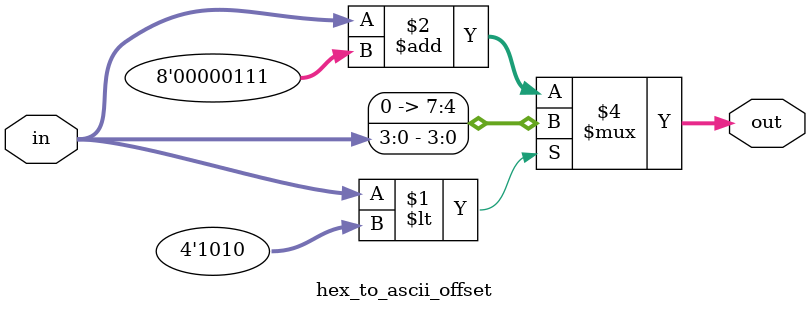
<source format=v>
module vga_cpu_visual(clock_50, red_out, green_out, blue_out, h_sync, v_sync, 
                       row0h,  row1h,  row2h,  row3h,  row4h,  row5h,  row6h,  row7h,  row8h,  row9h,
							 row10h, row11h, row12h, row13h, row14h, row15h, row16h, row17h, row18h, row19h,
							 row20h, row21h, row22h, row23h, row24h, row25h, row26h, row27h, row28h, row29h,
							 row30h, row31h, row32h, row33h, row34h, row35h, row36h, row37h, row38h, row39h,
							 row40h, row41h, row42h, row43h, row44h, row45h, row46h, row47h, row48h, row49h,
							 row50h, row51h, row52h, row53h, row54h, row55h, row56h, row57h, row58h, row59h,
							  row0l,  row1l,  row2l,  row3l,  row4l,  row5l,  row6l,  row7l,  row8l,  row9l,
							 row10l, row11l, row12l, row13l, row14l, row15l, row16l, row17l, row18l, row19l,
							 row20l, row21l, row22l, row23l, row24l, row25l, row26l, row27l, row28l, row29l,
							 row30l, row31l, row32l, row33l, row34l, row35l, row36l, row37l, row38l, row39l,
							 row40l, row41l, row42l, row43l, row44l, row45l, row46l, row47l, row48l, row49l,
							 row50l, row51l, row52l, row53l, row54l, row55l, row56l, row57l, row58l, row59l);
	// this module takes a 50MHz clock input and instantiates a VGA driver to generate a standard
	// 640 x 480 output signal. The 640 x 480 pixel space is divided into 8x8 pixel characters
	// for 80 columns and 60 rows total. The vga_rom module implements the background characters
	// to display and then data from rowXXh and rowXXl 16-bit inputs are added to certain characters in both
	// hexadecimal and binary format (where XX is the row number ranging from 0 to 59).
	// Specifically rowXXh is added to the corresponding row columns 7-10 in HEX and columns 12-28 in binary
	// and rowXXl is added to the corresponding row in columns 38-41 in HEX and 43-58 in binary
	input clock_50;
	output [3:0] red_out, green_out, blue_out;
	output h_sync, v_sync;
	input [15:0]        row0h,  row1h,  row2h,  row3h,  row4h,  row5h,  row6h,  row7h,  row8h,  row9h,
							 row10h, row11h, row12h, row13h, row14h, row15h, row16h, row17h, row18h, row19h,
							 row20h, row21h, row22h, row23h, row24h, row25h, row26h, row27h, row28h, row29h,
							 row30h, row31h, row32h, row33h, row34h, row35h, row36h, row37h, row38h, row39h,
							 row40h, row41h, row42h, row43h, row44h, row45h, row46h, row47h, row48h, row49h,
							 row50h, row51h, row52h, row53h, row54h, row55h, row56h, row57h, row58h, row59h,
							  row0l,  row1l,  row2l,  row3l,  row4l,  row5l,  row6l,  row7l,  row8l,  row9l,
							 row10l, row11l, row12l, row13l, row14l, row15l, row16l, row17l, row18l, row19l,
							 row20l, row21l, row22l, row23l, row24l, row25l, row26l, row27l, row28l, row29l,
							 row30l, row31l, row32l, row33l, row34l, row35l, row36l, row37l, row38l, row39l,
							 row40l, row41l, row42l, row43l, row44l, row45l, row46l, row47l, row48l, row49l,
							 row50l, row51l, row52l, row53l, row54l, row55l, row56l, row57l, row58l, row59l;
							 
	 /// @todo consider changing background color based on row and column to make it easier to see
	 
	 reg [31:0] row_data;
	 
	 // beharioral verilog impelemntation of a 32'bit 64-to-1 multiplexer to select the row data to use
	 always @ (*) begin
		case (vga_vpos[9:3])
			7'd00: row_data <= {row0h, row0l};
			7'd01: row_data <= {row1h, row1l};
			7'd02: row_data <= {row2h, row2l};
			7'd03: row_data <= {row3h, row3l};
			7'd04: row_data <= {row4h, row4l};
			7'd05: row_data <= {row5h, row5l};
			7'd06: row_data <= {row6h, row6l};
			7'd07: row_data <= {row7h, row7l};
			7'd08: row_data <= {row8h, row8l};
			7'd09: row_data <= {row9h, row9l};
			7'd10: row_data <= {row10h, row10l};
			7'd11: row_data <= {row11h, row11l};
			7'd12: row_data <= {row12h, row12l};
			7'd13: row_data <= {row13h, row13l};
			7'd14: row_data <= {row14h, row14l};
			7'd15: row_data <= {row15h, row15l};
			7'd16: row_data <= {row16h, row16l};
			7'd17: row_data <= {row17h, row17l};
			7'd18: row_data <= {row18h, row18l};
			7'd19: row_data <= {row19h, row19l};
			7'd20: row_data <= {row20h, row20l};
			7'd21: row_data <= {row21h, row21l};
			7'd22: row_data <= {row22h, row22l};
			7'd23: row_data <= {row23h, row23l};
			7'd24: row_data <= {row24h, row24l};
			7'd25: row_data <= {row25h, row25l};
			7'd26: row_data <= {row26h, row26l};
			7'd27: row_data <= {row27h, row27l};
			7'd28: row_data <= {row28h, row28l};
			7'd29: row_data <= {row29h, row29l};
			7'd30: row_data <= {row30h, row30l};
			7'd31: row_data <= {row31h, row31l};
			7'd32: row_data <= {row32h, row32l};
			7'd33: row_data <= {row33h, row33l};
			7'd34: row_data <= {row34h, row34l};
			7'd35: row_data <= {row35h, row35l};
			7'd36: row_data <= {row36h, row36l};
			7'd37: row_data <= {row37h, row37l};
			7'd38: row_data <= {row38h, row38l};
			7'd39: row_data <= {row39h, row39l};
			7'd40: row_data <= {row40h, row40l};
			7'd41: row_data <= {row41h, row41l};
			7'd42: row_data <= {row42h, row42l};
			7'd43: row_data <= {row43h, row43l};
			7'd44: row_data <= {row44h, row44l};
			7'd45: row_data <= {row45h, row45l};
			7'd46: row_data <= {row46h, row46l};
			7'd47: row_data <= {row47h, row47l};
			7'd48: row_data <= {row48h, row48l};
			7'd49: row_data <= {row49h, row49l};
			7'd50: row_data <= {row50h, row50l};
			7'd51: row_data <= {row51h, row51l};
			7'd52: row_data <= {row52h, row52l};
			7'd53: row_data <= {row53h, row53l};
			7'd54: row_data <= {row54h, row54l};
			7'd55: row_data <= {row55h, row55l};
			7'd56: row_data <= {row56h, row56l};
			7'd57: row_data <= {row57h, row57l};
			7'd58: row_data <= {row58h, row58l};
			7'd59: row_data <= {row59h, row59l};
			default: row_data <= 0;
		endcase
	end
	
	wire [7:0] hex0_offset, hex1_offset, hex2_offset, hex3_offset, hex4_offset, hex5_offset, hex6_offset, hex7_offset;
	// decode the 8 sets of 4'bit row data into an ASCII offset since A does not come after 9 in ASCII
	hex_to_ascii_offset h2a0 (row_data[3:0], hex0_offset);
	hex_to_ascii_offset h2a1 (row_data[7:4], hex1_offset);
	hex_to_ascii_offset h2a2 (row_data[11:8], hex2_offset);
	hex_to_ascii_offset h2a3 (row_data[15:12], hex3_offset);
	hex_to_ascii_offset h2a4 (row_data[19:16], hex4_offset);
	hex_to_ascii_offset h2a5 (row_data[23:20], hex5_offset);
	hex_to_ascii_offset h2a6 (row_data[27:24], hex6_offset);
	hex_to_ascii_offset h2a7 (row_data[31:28], hex7_offset);
	
	// beharioral verilog impelemntation of a 8'bit 64-to-1 multiplexer to select the offset to apply to the character
	reg [7:0] data_char_offset;
	always @ (*) begin
		case (vga_hpos[10:3])
			8'd07: data_char_offset <= hex7_offset; // need to properly convert to HEX
			8'd08: data_char_offset <= hex6_offset; // need to properly convert to HEX
			8'd09: data_char_offset <= hex5_offset; // need to properly convert to HEX
			8'd10: data_char_offset <= hex4_offset; // need to properly convert to HEX
			8'd12: data_char_offset <= row_data[31];
			8'd13: data_char_offset <= row_data[30];
			8'd14: data_char_offset <= row_data[29];
			8'd15: data_char_offset <= row_data[28];
			8'd16: data_char_offset <= row_data[27];
			8'd17: data_char_offset <= row_data[26];
			8'd18: data_char_offset <= row_data[25];
			8'd19: data_char_offset <= row_data[24];
			8'd21: data_char_offset <= row_data[23];
			8'd22: data_char_offset <= row_data[22];
			8'd23: data_char_offset <= row_data[21];
			8'd24: data_char_offset <= row_data[20];
			8'd25: data_char_offset <= row_data[19];
			8'd26: data_char_offset <= row_data[18];
			8'd27: data_char_offset <= row_data[17];
			8'd28: data_char_offset <= row_data[16];
			8'd38: data_char_offset <= hex3_offset; // need to properly convert to HEX
			8'd39: data_char_offset <= hex2_offset; // need to properly convert to HEX
			8'd40: data_char_offset <= hex1_offset; // need to properly convert to HEX
			8'd41: data_char_offset <= hex0_offset; // need to properly convert to HEX
			8'd43: data_char_offset <= row_data[15];
			8'd44: data_char_offset <= row_data[14];
			8'd45: data_char_offset <= row_data[13];
			8'd46: data_char_offset <= row_data[12];
			8'd47: data_char_offset <= row_data[11];
			8'd48: data_char_offset <= row_data[10];
			8'd49: data_char_offset <= row_data[9];
			8'd50: data_char_offset <= row_data[8];
			8'd52: data_char_offset <= row_data[7];
			8'd53: data_char_offset <= row_data[6];
			8'd54: data_char_offset <= row_data[5];
			8'd55: data_char_offset <= row_data[4];
			8'd56: data_char_offset <= row_data[3];
			8'd57: data_char_offset <= row_data[2];
			8'd58: data_char_offset <= row_data[1];
			8'd59: data_char_offset <= row_data[0];
			default: data_char_offset <= 8'b0;
		endcase
	end
	
	// generate 25.175MHz pixel clock using PLL module
	wire pixel_clock;
	vga_clock pll_inst (clock_50, pixel_clock);

	// the vga module will output a vertical and horizontal position as it scans through to generate the output
	// signal, this will serve as an index to determine which bit from which character to display at any given
	// instant in time.
	wire [9:0] vga_vpos;
	wire [10:0] vga_hpos;
	 
	// look up static character from the "background" rom
   wire [7:0] vga_char;
	vga_rom vga_rom (vga_vpos[9:3], vga_hpos[10:3], vga_char);
	
	// the character to display will be the background character plus the offset
	wire [7:0] character; 
	assign character = vga_char + data_char_offset;
	
	// vga_text module uses the vga module to display a charcter, it is expected that the character input will
	// changed based on the horizontal and vertical position (which it does)
	vga_text vga_text (pixel_clock, character, vga_hpos, vga_vpos, red_out, green_out, blue_out, h_sync, v_sync);
endmodule

module hex_to_ascii_offset(in, out);
	input [3:0] in;
	output [7:0] out;
	// when the input is less than 10 the offset is the input to get 0 to 9 characters
	// at and above 10 the input needs to be offest by 7 to skip the ASCII characters
	// between 9 and A (see ASCII table online for details)
	assign out = in < 4'd10 ? in : in + 8'd7;
endmodule

</source>
